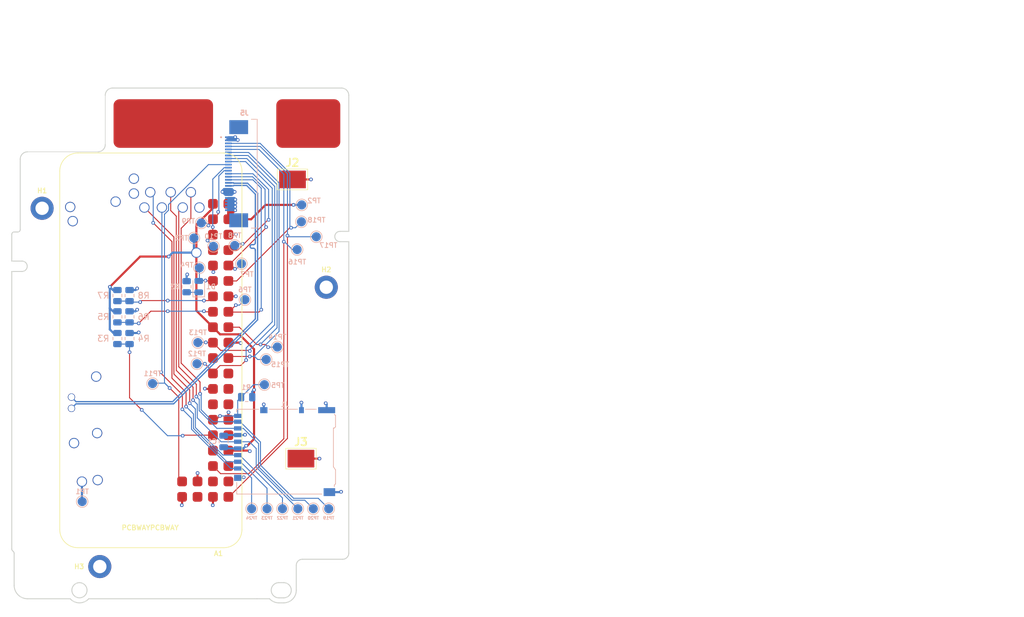
<source format=kicad_pcb>
(kicad_pcb (version 20221018) (generator pcbnew)
  (layers (0 "F.Cu" signal) (1 "In1.Cu" signal) (2 "In2.Cu" signal) (31 "B.Cu" signal) (34 "B.Paste" user) (35 "F.Paste" user) (36 "B.SilkS" user "B.Silkscreen") (37 "F.SilkS" user "F.Silkscreen") (38 "B.Mask" user) (39 "F.Mask" user) (44 "Edge.Cuts" user))
  (property "DATE" "YYYY-MM-DD HH:MM:SS")
  (property "REVISION" "REVISION")
  (property "TAG" "TAG")
  (net 0 "")
  (net 1 "+3V3")
  (net 2 "VCC")
  (net 7 "SD_DET")
  (net 10 "Net-(A1-Pad11)")
  (net 12 "Net-(D1-Pad1)")
  (net 26 "GND")
  (net 29 "SD_CLK")
  (net 30 "SD_CMD")
  (net 31 "SD_DAT0")
  (net 32 "SD_DAT1")
  (net 33 "SD_DAT2")
  (net 34 "SD_CD")
  (net 35 "PI_USB_MUXED_D-")
  (net 36 "PI_USB_MUXED_D+")
  (net 37 "SMC_INT")
  (net 38 "SMC_RX_PI_TX")
  (net 39 "SMC_TX_PI_RX")
  (net 40 "SMC_PI_I2C_SDA")
  (net 41 "SMC_PI_I2C_SCL")
  (net 42 "HP_SL_VIDEO")
  (net 43 "PI_DISP_SCK")
  (net 44 "PI_DISP_MOSI")
  (net 45 "PI_DISP_DC")
  (net 46 "PI_DISP_RST")
  (net 47 "PI_I2S_LRCK")
  (net 48 "PI_I2S_DIN")
  (net 49 "PI_I2S_BCK")
  (net 50 "HWID0")
  (net 51 "HWID1")
  (net 52 "HWID2")
  (footprint "Gigahawk:S7041-42R" (layer "F.Cu") (at 46.228 73.025)
    (fp_text reference "J3")
    (fp_text value "S7041-42R" hide)
  )
  (footprint "MountingHole:MountingHole_2.2mm_M2_DIN965_Pad" (layer "F.Cu") (at 3.6 31.8)
    (fp_text reference "H1")
    (fp_text value "MountingHole_Pad")
  )
  (footprint "MountingHole:MountingHole_2.2mm_M2_DIN965_Pad" (layer "F.Cu") (at 13.1 90.8)
    (fp_text reference "H3")
    (fp_text value "MountingHole_Pad")
  )
  (footprint "MountingHole:MountingHole_2.2mm_M2_DIN965_Pad" (layer "F.Cu") (at 50.4 44.8)
    (fp_text reference "H2")
    (fp_text value "MountingHole_Pad")
  )
  (footprint "Gigahawk:OSHW-Logo2_9.8x8mm_Mask" (layer "F.Cu") (at 47.498 17.907)
    (fp_text reference "LOGO1" hide)
    (fp_text value "Logo_Open_Hardware_Large" hide)
  )
  (footprint "Gigahawk:S7041-42R" (layer "F.Cu") (at 44.831 27.051)
    (fp_text reference "J2")
    (fp_text value "S7041-42R" hide)
  )
  (footprint "Gigahawk:RASPI_ZERO_1_3_SMT_LOW_PROFILE" (layer "F.Cu") (at 36.505 22.695 -90)
    (fp_text reference "A1")
    (fp_text value "RASPBERRY_PI_ZERO_SMT")
  )
  (footprint "Resistor_SMD:R_0805_2012Metric" (layer "B.Cu") (at 16 53.25 -90)
    (fp_text reference "R3")
    (fp_text value "DNI")
  )
  (footprint "Capacitor_SMD:C_0805_2012Metric" (layer "B.Cu") (at 33.5 70.2 -90)
    (fp_text reference "C1")
    (fp_text value "10u")
  )
  (footprint "TestPoint:TestPoint_Pad_D1.5mm" (layer "B.Cu") (at 50.8 81.28 180)
    (fp_text reference "TP19")
    (fp_text value "TestPoint")
  )
  (footprint "Resistor_SMD:R_0805_2012Metric" (layer "B.Cu") (at 16 49.675 -90)
    (fp_text reference "R5")
    (fp_text value "DNI")
  )
  (footprint "TestPoint:TestPoint_Pad_D1.5mm" (layer "B.Cu") (at 46.355 31.242 180)
    (fp_text reference "TP2")
    (fp_text value "TestPoint")
  )
  (footprint "TestPoint:TestPoint_Pad_D1.5mm" (layer "B.Cu") (at 45.6 38.6 180)
    (fp_text reference "TP16")
    (fp_text value "TestPoint")
  )
  (footprint "Resistor_SMD:R_0805_2012Metric" (layer "B.Cu") (at 18 46.175 90)
    (fp_text reference "R8")
    (fp_text value "10k")
  )
  (footprint "TestPoint:TestPoint_Pad_D1.5mm" (layer "B.Cu") (at 29.248 53.91 180)
    (fp_text reference "TP13")
    (fp_text value "TestPoint")
  )
  (footprint "Resistor_SMD:R_0805_2012Metric" (layer "B.Cu") (at 18 49.675 90)
    (fp_text reference "R6")
    (fp_text value "10k")
  )
  (footprint "Gigahawk:217348395" (layer "B.Cu") (at 36.825 26.107 -90)
    (fp_text reference "J5")
    (fp_text value "2-1734839-5" hide)
  )
  (footprint "TestPoint:TestPoint_Pad_D1.5mm" (layer "B.Cu") (at 40.5 56.7 180)
    (fp_text reference "TP15")
    (fp_text value "TestPoint")
  )
  (footprint "Resistor_SMD:R_0805_2012Metric" (layer "B.Cu") (at 27.4 44.7125 -90)
    (fp_text reference "R2")
    (fp_text value "470R")
  )
  (footprint "TestPoint:TestPoint_Pad_D1.5mm" (layer "B.Cu") (at 29.1 57.4 180)
    (fp_text reference "TP12")
    (fp_text value "TestPoint")
  )
  (footprint "TestPoint:TestPoint_Pad_D1.5mm" (layer "B.Cu") (at 36.425 40.93 180)
    (fp_text reference "TP7")
    (fp_text value "TestPoint")
  )
  (footprint "TestPoint:TestPoint_Pad_D1.5mm" (layer "B.Cu") (at 45.72 81.28 180)
    (fp_text reference "TP21")
    (fp_text value "TestPoint")
  )
  (footprint "TestPoint:TestPoint_Pad_D1.5mm" (layer "B.Cu") (at 40.212 60.845 180)
    (fp_text reference "TP5")
    (fp_text value "TestPoint")
  )
  (footprint "TestPoint:TestPoint_Pad_D1.5mm" (layer "B.Cu") (at 29.5 41.6 180)
    (fp_text reference "TP4")
    (fp_text value "TestPoint")
  )
  (footprint "TestPoint:TestPoint_Pad_D1.5mm" (layer "B.Cu") (at 37 46.85 180)
    (fp_text reference "TP6")
    (fp_text value "TestPoint")
  )
  (footprint "Resistor_SMD:R_0805_2012Metric" (layer "B.Cu") (at 37.2875 62.9)
    (fp_text reference "R1")
    (fp_text value "10k")
  )
  (footprint "LED_SMD:LED_0805_2012Metric" (layer "B.Cu") (at 29.4 44.7 90)
    (fp_text reference "D1")
    (fp_text value "GRN")
  )
  (footprint "TestPoint:TestPoint_Pad_D1.5mm" (layer "B.Cu") (at 31.817 38.07 180)
    (fp_text reference "TP10")
    (fp_text value "TestPoint")
  )
  (footprint "Resistor_SMD:R_0805_2012Metric" (layer "B.Cu") (at 16 46.175 -90)
    (fp_text reference "R7")
    (fp_text value "DNI")
  )
  (footprint "TestPoint:TestPoint_Pad_D1.5mm" (layer "B.Cu") (at 38.1 81.28 180)
    (fp_text reference "TP24")
    (fp_text value "TestPoint")
  )
  (footprint "Gigahawk:microSD_HC_Hirose_DM3AT-SF-PEJM5" (layer "B.Cu") (at 43.535 71.87 -90)
    (fp_text reference "J1")
    (fp_text value "Micro_SD_Card")
  )
  (footprint "TestPoint:TestPoint_Pad_D1.5mm" (layer "B.Cu") (at 21.787 60.667 180)
    (fp_text reference "TP11")
    (fp_text value "TestPoint")
  )
  (footprint "TestPoint:TestPoint_Pad_D1.5mm" (layer "B.Cu") (at 42.342 54.643 180)
    (fp_text reference "TP14")
    (fp_text value "TestPoint")
  )
  (footprint "TestPoint:TestPoint_Pad_D1.5mm" (layer "B.Cu") (at 35.32 37.92 180)
    (fp_text reference "TP8")
    (fp_text value "TestPoint")
  )
  (footprint "TestPoint:TestPoint_Pad_D1.5mm" (layer "B.Cu") (at 43.18 81.28 180)
    (fp_text reference "TP22")
    (fp_text value "TestPoint")
  )
  (footprint "TestPoint:TestPoint_Pad_D1.5mm" (layer "B.Cu") (at 10.2 80.1 180)
    (fp_text reference "TP1")
    (fp_text value "TestPoint")
  )
  (footprint "TestPoint:TestPoint_Pad_D1.5mm" (layer "B.Cu") (at 40.64 81.28 180)
    (fp_text reference "TP23")
    (fp_text value "TestPoint")
  )
  (footprint "TestPoint:TestPoint_Pad_D1.5mm" (layer "B.Cu") (at 48.26 81.28 180)
    (fp_text reference "TP20")
    (fp_text value "TestPoint")
  )
  (footprint "TestPoint:TestPoint_Pad_D1.5mm" (layer "B.Cu") (at 28.6 36.7 180)
    (fp_text reference "TP3")
    (fp_text value "TestPoint")
  )
  (footprint "TestPoint:TestPoint_Pad_D1.5mm" (layer "B.Cu") (at 29.816 34.211 180)
    (fp_text reference "TP9")
    (fp_text value "TestPoint")
  )
  (footprint "Resistor_SMD:R_0805_2012Metric" (layer "B.Cu") (at 18 53.25 90)
    (fp_text reference "R4")
    (fp_text value "10k")
  )
  (footprint "TestPoint:TestPoint_Pad_D1.5mm" (layer "B.Cu") (at 48.756 36.485 180)
    (fp_text reference "TP17")
    (fp_text value "TestPoint")
  )
  (footprint "TestPoint:TestPoint_Pad_D1.5mm" (layer "B.Cu") (at 46.3 34.025 180)
    (fp_text reference "TP18")
    (fp_text value "TestPoint")
  )
  (gr_arc (start 42.581683 96.775337) (mid 41.744731 96.598948) (end 41.05 96.1) (stroke (width 0.16)) (layer "Edge.Cuts"))
  (gr_line (start 54.1 37.3) (end 54.1 47.3) (stroke (width 0.16)) (layer "Edge.Cuts"))
  (gr_line (start 11.281573 96.100467) (end 39 96.1) (stroke (width 0.16)) (layer "Edge.Cuts"))
  (gr_line (start 12.8 22.5) (end 1.2 22.5) (stroke (width 0.1)) (layer "Edge.Cuts"))
  (gr_line (start 14 13.2) (end 14 21.3) (stroke (width 0.1)) (layer "Edge.Cuts"))
  (gr_line (start 1.2 96.1) (end 8.218 96.1) (stroke (width 0.16)) (layer "Edge.Cuts"))
  (gr_line (start -1.4 42.2) (end 0.3 42.2) (stroke (width 0.16)) (layer "Edge.Cuts"))
  (gr_arc (start 42.582 95.95) (mid 41.332 94.7) (end 42.582 93.45) (stroke (width 0.16)) (layer "Edge.Cuts"))
  (gr_line (start 54.1 47.3) (end 54.098779 88.598818) (stroke (width 0.16)) (layer "Edge.Cuts"))
  (gr_line (start 0 35.3) (end 0 23.7) (stroke (width 0.16)) (layer "Edge.Cuts"))
  (gr_line (start -1 35.7) (end -0.4 35.7) (stroke (width 0.16)) (layer "Edge.Cuts"))
  (gr_circle (center 9.75 94.7) (end 8.5 94.7) (stroke (width 0.16)) (fill none) (layer "Edge.Cuts"))
  (gr_arc (start 52.9 12) (mid 53.748528 12.351472) (end 54.1 13.2) (stroke (width 0.16)) (layer "Edge.Cuts"))
  (gr_arc (start 52.65 37.3) (mid 51.8 36.45) (end 52.65 35.6) (stroke (width 0.16)) (layer "Edge.Cuts"))
  (gr_line (start 46.457 89.59879) (end 53.098779 89.59879) (stroke (width 0.16)) (layer "Edge.Cuts"))
  (gr_line (start 52.65 37.3) (end 54.1 37.3) (stroke (width 0.16)) (layer "Edge.Cuts"))
  (gr_line (start 42.582 95.95) (end 43.382 95.95) (stroke (width 0.16)) (layer "Edge.Cuts"))
  (gr_arc (start 45.457 94.699999) (mid 44.849247 96.167246) (end 43.382 96.775) (stroke (width 0.16)) (layer "Edge.Cuts"))
  (gr_line (start 15.2 12) (end 52.9 12) (stroke (width 0.16)) (layer "Edge.Cuts"))
  (gr_arc (start 45.457 90.59879) (mid 45.749897 89.89169) (end 46.457 89.59879) (stroke (width 0.16)) (layer "Edge.Cuts"))
  (gr_line (start 54.1 13.2) (end 54.1 35.6) (stroke (width 0.16)) (layer "Edge.Cuts"))
  (gr_arc (start 14 13.2) (mid 14.351472 12.351472) (end 15.2 12) (stroke (width 0.16)) (layer "Edge.Cuts"))
  (gr_arc (start 0.3 40.5) (mid 1.15 41.35) (end 0.3 42.2) (stroke (width 0.16)) (layer "Edge.Cuts"))
  (gr_line (start 52.65 35.6) (end 54.1 35.6) (stroke (width 0.16)) (layer "Edge.Cuts"))
  (gr_arc (start 0 23.7) (mid 0.351472 22.851472) (end 1.2 22.5) (stroke (width 0.16)) (layer "Edge.Cuts"))
  (gr_arc (start -1.4 36.1) (mid -1.282843 35.817157) (end -1 35.7) (stroke (width 0.16)) (layer "Edge.Cuts"))
  (gr_line (start 42.581683 96.775337) (end 43.382 96.775) (stroke (width 0.16)) (layer "Edge.Cuts"))
  (gr_line (start 42.582 93.45) (end 43.382 93.45) (stroke (width 0.16)) (layer "Edge.Cuts"))
  (gr_line (start -1.4 36.1) (end -1.4 40.5) (stroke (width 0.16)) (layer "Edge.Cuts"))
  (gr_arc (start -1.282843 88.182843) (mid -1.369552 88.053074) (end -1.4 87.9) (stroke (width 0.16)) (layer "Edge.Cuts"))
  (gr_line (start -1.4 42.2) (end -1.4 87.9) (stroke (width 0.16)) (layer "Edge.Cuts"))
  (gr_line (start 45.457 94.699999) (end 45.457 90.59879) (stroke (width 0.16)) (layer "Edge.Cuts"))
  (gr_line (start -1 88.631) (end -1 93.9) (stroke (width 0.16)) (layer "Edge.Cuts"))
  (gr_arc (start -1.117157 88.348157) (mid -1.030448 88.477926) (end -1 88.631) (stroke (width 0.16)) (layer "Edge.Cuts"))
  (gr_line (start 39 96.1) (end 41.05 96.1) (stroke (width 0.16)) (layer "Edge.Cuts"))
  (gr_arc (start 14 21.3) (mid 13.648528 22.148528) (end 12.8 22.5) (stroke (width 0.16)) (layer "Edge.Cuts"))
  (gr_arc (start 1.2 96.1) (mid -0.355635 95.455635) (end -1 93.9) (stroke (width 0.16)) (layer "Edge.Cuts"))
  (gr_arc (start 0 35.3) (mid -0.117157 35.582843) (end -0.4 35.7) (stroke (width 0.16)) (layer "Edge.Cuts"))
  (gr_line (start -1.282843 88.182843) (end -1.117157 88.348157) (stroke (width 0.16)) (layer "Edge.Cuts"))
  (gr_line (start -1.4 40.5) (end 0.3 40.5) (stroke (width 0.16)) (layer "Edge.Cuts"))
  (gr_arc (start 54.098779 88.598818) (mid 53.805878 89.305906) (end 53.098779 89.59879) (stroke (width 0.16)) (layer "Edge.Cuts"))
  (gr_arc (start 11.281573 96.100467) (mid 9.749684 96.775337) (end 8.218 96.1) (stroke (width 0.16)) (layer "Edge.Cuts"))
  (gr_arc (start 43.382 93.45) (mid 44.632 94.7) (end 43.382 95.95) (stroke (width 0.16)) (layer "Edge.Cuts"))
  (gr_text "PCBWAYPCBWAY" (at 21.4 84.4) (layer "F.SilkS") (effects (font (size 0.8 0.8))))
  (segment (start 31.735 31.766232) (end 31.735 31.065) (width 0.35) (layer "F.Cu") (net 1))
  (segment (start 38.5 55) (end 38.5 61.7) (width 0.35) (layer "F.Cu") (net 1))
  (segment (start 37.4 70.9) (end 37.2 70.9) (width 0.35) (layer "F.Cu") (net 1))
  (segment (start 19.75 39.75) (end 14.75 44.75) (width 0.35) (layer "F.Cu") (net 1))
  (segment (start 31.735 51.385) (end 32.90952 52.55952) (width 0.35) (layer "F.Cu") (net 1))
  (segment (start 29.005 34.496232) (end 31.735 31.766232) (width 0.35) (layer "F.Cu") (net 1))
  (segment (start 36.05952 52.55952) (end 38.5 55) (width 0.35) (layer "F.Cu") (net 1))
  (segment (start 24.44098 39.75) (end 19.75 39.75) (width 0.35) (layer "F.Cu") (net 1))
  (segment (start 31.735 51.385) (end 29.005 48.655) (width 0.35) (layer "F.Cu") (net 1))
  (segment (start 38.5 69.8) (end 37.4 70.9) (width 0.35) (layer "F.Cu") (net 1))
  (segment (start 38.5 61.7) (end 38.5 69.8) (width 0.35) (layer "F.Cu") (net 1))
  (segment (start 32.90952 52.55952) (end 36.05952 52.55952) (width 0.35) (layer "F.Cu") (net 1))
  (segment (start 29.005 39.105) (end 29.005 34.496232) (width 0.35) (layer "F.Cu") (net 1))
  (segment (start 29.005 48.655) (end 29.005 39.105) (width 0.35) (layer "F.Cu") (net 1))
  (via (at 24.44098 39.75) (size 0.6) (drill 0.3) (layers "F.Cu" "B.Cu") (net 1))
  (via (at 14.75 44.75) (size 0.6) (drill 0.3) (layers "F.Cu" "B.Cu") (net 1))
  (via (at 37.2 70.9) (size 0.6) (drill 0.3) (layers "F.Cu" "B.Cu") (net 1))
  (via (at 38.5 61.7) (size 0.6) (drill 0.3) (layers "F.Cu" "B.Cu") (net 1))
  (segment (start 37.2 70.9) (end 36.755 71.345) (width 0.35) (layer "B.Cu") (net 1))
  (segment (start 14.75 48.25) (end 14.75 44.75) (width 0.35) (layer "B.Cu") (net 1))
  (segment (start 25.08598 39.105) (end 24.44098 39.75) (width 0.35) (layer "B.Cu") (net 1))
  (segment (start 15.3375 52.3375) (end 14.75 51.75) (width 0.35) (layer "B.Cu") (net 1))
  (segment (start 33.695 71.345) (end 33.5 71.15) (width 0.35) (layer "B.Cu") (net 1))
  (segment (start 38.2 62) (end 38.5 61.7) (width 0.35) (layer "B.Cu") (net 1))
  (segment (start 36.755 71.345) (end 35.81 71.345) (width 0.35) (layer "B.Cu") (net 1))
  (segment (start 16 48.7625) (end 15.2625 48.7625) (width 0.35) (layer "B.Cu") (net 1))
  (segment (start 28.6 36.7) (end 28.6 38.7) (width 0.35) (layer "B.Cu") (net 1))
  (segment (start 16 52.3375) (end 15.3375 52.3375) (width 0.35) (layer "B.Cu") (net 1))
  (segment (start 28.6 38.7) (end 29.005 39.105) (width 0.35) (layer "B.Cu") (net 1))
  (segment (start 14.75 51.75) (end 14.75 48.25) (width 0.35) (layer "B.Cu") (net 1))
  (segment (start 38.2 62.9) (end 38.2 62) (width 0.35) (layer "B.Cu") (net 1))
  (segment (start 35.81 71.345) (end 33.695 71.345) (width 0.35) (layer "B.Cu") (net 1))
  (segment (start 29.005 39.105) (end 25.08598 39.105) (width 0.35) (layer "B.Cu") (net 1))
  (segment (start 16 45.2625) (end 15.2625 45.2625) (width 0.35) (layer "B.Cu") (net 1))
  (segment (start 15.2625 48.7625) (end 14.75 48.25) (width 0.35) (layer "B.Cu") (net 1))
  (segment (start 15.2625 45.2625) (end 14.75 44.75) (width 0.35) (layer "B.Cu") (net 1))
  (segment (start 34.275 32.225) (end 34.6 31.9) (width 0.35) (layer "F.Cu") (net 2))
  (segment (start 35.305 31.065) (end 34.275 31.065) (width 0.35) (layer "F.Cu") (net 2))
  (segment (start 40.386 31.242) (end 38.023 33.605) (width 0.35) (layer "F.Cu") (net 2))
  (segment (start 34.337502 31.065) (end 34.275 31.065) (width 0.35) (layer "F.Cu") (net 2))
  (segment (start 35.4 31.54) (end 34.75 31.54) (width 0.35) (layer "F.Cu") (net 2))
  (segment (start 35.42 30.95) (end 35.305 31.065) (width 0.35) (layer "F.Cu") (net 2))
  (segment (start 35.41 30.37) (end 34.97 30.37) (width 0.35) (layer "F.Cu") (net 2))
  (segment (start 35.4 31.54) (end 35.34 31.54) (width 0.35) (layer "F.Cu") (net 2))
  (segment (start 34.97 30.37) (end 34.275 31.065) (width 0.35) (layer "F.Cu") (net 2))
  (segment (start 34.275 33.605) (end 34.275 32.425) (width 0.35) (layer "F.Cu") (net 2))
  (segment (start 34.275 32.425) (end 34.9 31.8) (width 0.35) (layer "F.Cu") (net 2))
  (segment (start 35.38 30.4) (end 35.2 30.4) (width 0.35) (layer "F.Cu") (net 2))
  (segment (start 35.42 30.95) (end 35.37 30.9) (width 0.35) (layer "F.Cu") (net 2))
  (segment (start 34.75 31.54) (end 34.275 31.065) (width 0.35) (layer "F.Cu") (net 2))
  (segment (start 34.275 32.665) (end 34.275 33.605) (width 0.35) (layer "F.Cu") (net 2))
  (segment (start 34.275 33.605) (end 34.275 32.925) (width 0.35) (layer "F.Cu") (net 2))
  (segment (start 35.4 32.127498) (end 34.275 33.252498) (width 0.35) (layer "F.Cu") (net 2))
  (segment (start 35.34 31.54) (end 35.1 31.3) (width 0.35) (layer "F.Cu") (net 2))
  (segment (start 35.4 32.127498) (end 34.337502 31.065) (width 0.35) (layer "F.Cu") (net 2))
  (segment (start 45 31.242) (end 40.386 31.242) (width 0.35) (layer "F.Cu") (net 2))
  (segment (start 34.275 32.925) (end 35.1 32.1) (width 0.35) (layer "F.Cu") (net 2))
  (segment (start 34.275 33.605) (end 34.275 32.225) (width 0.35) (layer "F.Cu") (net 2))
  (segment (start 35.41 30.37) (end 35.38 30.4) (width 0.35) (layer "F.Cu") (net 2))
  (segment (start 35.37 30.9) (end 35.1 30.9) (width 0.35) (layer "F.Cu") (net 2))
  (segment (start 35.42 30.95) (end 35.09 30.62) (width 0.35) (layer "F.Cu") (net 2))
  (segment (start 35.4 31.54) (end 34.275 32.665) (width 0.35) (layer "F.Cu") (net 2))
  (segment (start 34.275 31.065) (end 34.275 33.605) (width 0.35) (layer "F.Cu") (net 2))
  (segment (start 38.023 33.605) (end 34.275 33.605) (width 0.35) (layer "F.Cu") (net 2))
  (segment (start 34.275 33.252498) (end 34.275 33.605) (width 0.35) (layer "F.Cu") (net 2))
  (via (at 35.4 32.127498) (size 0.6) (drill 0.3) (layers "F.Cu" "B.Cu") (net 2))
  (via (at 45 31.242) (size 0.6) (drill 0.3) (layers "F.Cu" "B.Cu") (net 2))
  (via (at 35.42 30.95) (size 0.6) (drill 0.3) (layers "F.Cu" "B.Cu") (net 2))
  (via (at 35.41 30.37) (size 0.6) (drill 0.3) (layers "F.Cu" "B.Cu") (net 2))
  (via (at 35.4 31.54) (size 0.6) (drill 0.3) (layers "F.Cu" "B.Cu") (net 2))
  (segment (start 35.41 30.37) (end 35.11 30.67) (width 0.35) (layer "B.Cu") (net 2))
  (segment (start 34.275 30.325) (end 34.275 30.107) (width 0.35) (layer "B.Cu") (net 2))
  (segment (start 35.4 31.54) (end 35.333 31.607) (width 0.35) (layer "B.Cu") (net 2))
  (segment (start 35.41 32.117498) (end 35.4 32.127498) (width 0.35) (layer "B.Cu") (net 2))
  (segment (start 35.379502 32.107) (end 34.275 32.107) (width 0.35) (layer "B.Cu") (net 2))
  (segment (start 35.173 30.607) (end 34.275 30.607) (width 0.35) (layer "B.Cu") (net 2))
  (segment (start 35.333 31.607) (end 34.275 31.607) (width 0.35) (layer "B.Cu") (net 2))
  (segment (start 34.275 30.775) (end 34.275 30.325) (width 0.35) (layer "B.Cu") (net 2))
  (segment (start 35.41 30.37) (end 35.173 30.607) (width 0.35) (layer "B.Cu") (net 2))
  (segment (start 35.4 32.127498) (end 35.379502 32.107) (width 0.35) (layer "B.Cu") (net 2))
  (segment (start 34.275 31.775) (end 34.275 31.375) (width 0.35) (layer "B.Cu") (net 2))
  (segment (start 34.995 31.375) (end 34.275 31.375) (width 0.35) (layer "B.Cu") (net 2))
  (segment (start 35.42 30.95) (end 34.995 31.375) (width 0.35) (layer "B.Cu") (net 2))
  (segment (start 35.165 31.775) (end 34.275 31.775) (width 0.35) (layer "B.Cu") (net 2))
  (segment (start 35.41 30.37) (end 35.005 30.775) (width 0.35) (layer "B.Cu") (net 2))
  (segment (start 35.051008 30.325) (end 34.275 30.325) (width 0.35) (layer "B.Cu") (net 2))
  (segment (start 45 31.242) (end 46.355 31.242) (width 0.35) (layer "B.Cu") (net 2))
  (segment (start 35.41 30.37) (end 35.41 32.117498) (width 0.35) (layer "B.Cu") (net 2))
  (segment (start 35.4 31.54) (end 35.165 31.775) (width 0.35) (layer "B.Cu") (net 2))
  (segment (start 35.269008 30.107) (end 34.275 30.107) (width 0.35) (layer "B.Cu") (net 2))
  (segment (start 35.005 30.775) (end 34.275 30.775) (width 0.35) (layer "B.Cu") (net 2))
  (segment (start 35.263 31.107) (end 34.275 31.107) (width 0.35) (layer "B.Cu") (net 2))
  (segment (start 35.42 30.95) (end 35.263 31.107) (width 0.35) (layer "B.Cu") (net 2))
  (segment (start 34.275 32.107) (end 34.275 31.775) (width 0.35) (layer "B.Cu") (net 2))
  (segment (start 35.11 30.67) (end 35.11 30.91) (width 0.35) (layer "B.Cu") (net 2))
  (segment (start 34.275 31.375) (end 34.275 30.775) (width 0.35) (layer "B.Cu") (net 2))
  (segment (start 31.735 66.625) (end 32.275 66.625) (width 0.16) (layer "F.Cu") (net 7))
  (segment (start 32.275 66.625) (end 32.9 66) (width 0.16) (layer "F.Cu") (net 7))
  (via (at 32.9 66) (size 0.6) (drill 0.3) (layers "F.Cu" "B.Cu") (net 7))
  (segment (start 32.905 65.995) (end 35.81 65.995) (width 0.16) (layer "B.Cu") (net 7))
  (segment (start 38.43 60.845) (end 36.375 62.9) (width 0.16) (layer "B.Cu") (net 7))
  (segment (start 40.212 60.845) (end 38.43 60.845) (width 0.16) (layer "B.Cu") (net 7))
  (segment (start 32.9 66) (end 32.905 65.995) (width 0.16) (layer "B.Cu") (net 7))
  (segment (start 35.81 63.465) (end 36.375 62.9) (width 0.16) (layer "B.Cu") (net 7))
  (segment (start 35.81 65.995) (end 35.81 63.465) (width 0.16) (layer "B.Cu") (net 7))
  (segment (start 30.565 43.765) (end 30.5 43.7) (width 0.16) (layer "F.Cu") (net 10))
  (segment (start 31.735 43.765) (end 30.565 43.765) (width 0.16) (layer "F.Cu") (net 10))
  (via (at 30.5 43.7) (size 0.6) (drill 0.3) (layers "F.Cu" "B.Cu") (net 10))
  (segment (start 29.5 43.6625) (end 29.5 41.6) (width 0.16) (layer "B.Cu") (net 10))
  (segment (start 29.4625 43.7) (end 29.4 43.7625) (width 0.16) (layer "B.Cu") (net 10))
  (segment (start 30.5 43.7) (end 29.4625 43.7) (width 0.16) (layer "B.Cu") (net 10))
  (segment (start 29.4 43.7625) (end 29.5 43.6625) (width 0.16) (layer "B.Cu") (net 10))
  (segment (start 29.4 45.6375) (end 27.4125 45.6375) (width 0.16) (layer "B.Cu") (net 12))
  (segment (start 27.4125 45.6375) (end 27.4 45.625) (width 0.16) (layer "B.Cu") (net 12))
  (segment (start 37.705 71.705) (end 37.8 71.8) (width 0.35) (layer "F.Cu") (net 26))
  (segment (start 29.195 75.405) (end 29.2 75.4) (width 0.35) (layer "F.Cu") (net 26))
  (segment (start 34.275 66.625) (end 34.275 65.425) (width 0.35) (layer "F.Cu") (net 26))
  (segment (start 30.445 61.545) (end 30.4 61.5) (width 0.35) (layer "F.Cu") (net 26))
  (segment (start 31.735 61.545) (end 30.445 61.545) (width 0.35) (layer "F.Cu") (net 26))
  (segment (start 26.655 80.645) (end 26.6 80.7) (width 0.35) (layer "F.Cu") (net 26))
  (segment (start 29.195 76.785) (end 29.195 75.405) (width 0.35) (layer "F.Cu") (net 26))
  (segment (start 46.228 73.025) (end 49.276 73.025) (width 0.35) (layer "F.Cu") (net 26))
  (segment (start 31.735 79.325) (end 31.735 80.665) (width 0.35) (layer "F.Cu") (net 26))
  (segment (start 44.831 27.051) (end 47.879 27.051) (width 0.35) (layer "F.Cu") (net 26))
  (segment (start 35.495 46.305) (end 35.5 46.3) (width 0.35) (layer "F.Cu") (net 26))
  (segment (start 36.225 53.925) (end 36.3 54) (width 0.35) (layer "F.Cu") (net 26))
  (segment (start 34.275 36.145) (end 35.455 36.145) (width 0.35) (layer "F.Cu") (net 26))
  (segment (start 26.655 79.325) (end 26.655 80.645) (width 0.35) (layer "F.Cu") (net 26))
  (segment (start 35.455 36.145) (end 35.5 36.1) (width 0.35) (layer "F.Cu") (net 26))
  (segment (start 31.8 42.3) (end 31.8 41.29) (width 0.35) (layer "F.Cu") (net 26))
  (segment (start 34.275 71.705) (end 37.705 71.705) (width 0.35) (layer "F.Cu") (net 26))
  (segment (start 34.275 46.305) (end 35.495 46.305) (width 0.35) (layer "F.Cu") (net 26))
  (segment (start 34.275 65.425) (end 34.3 65.4) (width 0.35) (layer "F.Cu") (net 26))
  (segment (start 34.275 53.925) (end 36.225 53.925) (width 0.35) (layer "F.Cu") (net 26))
  (segment (start 31.8 41.29) (end 31.735 41.225) (width 0.35) (layer "F.Cu") (net 26))
  (segment (start 31.735 80.665) (end 31.7 80.7) (width 0.35) (layer "F.Cu") (net 26))
  (via (at 47.879 27.051) (size 0.6) (drill 0.3) (layers "F.Cu" "B.Cu") (net 26))
  (via (at 37.014652 69.085348) (size 0.6) (drill 0.3) (layers "F.Cu" "B.Cu") (net 26))
  (via (at 46.3 63.8) (size 0.6) (drill 0.3) (layers "F.Cu" "B.Cu") (net 26))
  (via (at 49.276 73.025) (size 0.6) (drill 0.3) (layers "F.Cu" "B.Cu") (net 26))
  (via (at 19.25 45) (size 0.6) (drill 0.3) (layers "F.Cu" "B.Cu") (net 26))
  (via (at 52.832 78.486) (size 0.6) (drill 0.3) (layers "F.Cu" "B.Cu") (net 26))
  (via (at 31.7 80.7) (size 0.6) (drill 0.3) (layers "F.Cu" "B.Cu") (net 26))
  (via (at 30.4 61.5) (size 0.6) (drill 0.3) (layers "F.Cu" "B.Cu") (net 26))
  (via (at 35.4 20.086502) (size 0.6) (drill 0.3) (layers "F.Cu" "B.Cu") (net 26))
  (via (at 34.3 65.4) (size 0.6) (drill 0.3) (layers "F.Cu" "B.Cu") (net 26))
  (via (at 35.5 36.1) (size 0.6) (drill 0.3) (layers "F.Cu" "B.Cu") (net 26))
  (via (at 50.3 63.9) (size 0.6) (drill 0.3) (layers "F.Cu" "B.Cu") (net 26))
  (via (at 27.5 42.7) (size 0.6) (drill 0.3) (layers "F.Cu" "B.Cu") (net 26))
  (via (at 36.3 54) (size 0.6) (drill 0.3) (layers "F.Cu" "B.Cu") (net 26))
  (via (at 31.8 42.3) (size 0.6) (drill 0.3) (layers "F.Cu" "B.Cu") (net 26))
  (via (at 35.3 29.1) (size 0.6) (drill 0.3) (layers "F.Cu" "B.Cu") (net 26))
  (via (at 36.8 76.1) (size 0.6) (drill 0.3) (layers "F.Cu" "B.Cu") (net 26))
  (via (at 40.1 64.1) (size 0.6) (drill 0.3) (layers "F.Cu" "B.Cu") (net 26))
  (via (at 33.3 29.1) (size 0.6) (drill 0.3) (layers "F.Cu" "B.Cu") (net 26))
  (via (at 35.82 20.55) (size 0.6) (drill 0.3) (layers "F.Cu" "B.Cu") (net 26))
  (via (at 19.25 48.5) (size 0.6) (drill 0.3) (layers "F.Cu" "B.Cu") (net 26))
  (via (at 19.5 52.25) (size 0.6) (drill 0.3) (layers "F.Cu" "B.Cu") (net 26))
  (via (at 35.5 46.3) (size 0.6) (drill 0.3) (layers "F.Cu" "B.Cu") (net 26))
  (via (at 29.2 75.4) (size 0.6) (drill 0.3) (layers "F.Cu" "B.Cu") (net 26))
  (via (at 26.6 80.7) (size 0.6) (drill 0.3) (layers "F.Cu" "B.Cu") (net 26))
  (via (at 37.8 71.8) (size 0.6) (drill 0.3) (layers "F.Cu" "B.Cu") (net 26))
  (segment (start 35.293 29.107) (end 35.3 29.1) (width 0.35) (layer "B.Cu") (net 26))
  (segment (start 27.4 42.8) (end 27.5 42.7) (width 0.35) (layer "B.Cu") (net 26))
  (segment (start 52.773 78.545) (end 52.832 78.486) (width 0.35) (layer "B.Cu") (net 26))
  (segment (start 46.31 63.81) (end 46.3 63.8) (width 0.35) (layer "B.Cu") (net 26))
  (segment (start 35.086502 20.4) (end 34.1 20.4) (width 0.35) (layer "B.Cu") (net 26))
  (segment (start 35.4 20.086502) (end 35.086502 20.4) (width 0.35) (layer "B.Cu") (net 26))
  (segment (start 33.605 69.145) (end 33.5 69.25) (width 0.35) (layer "B.Cu") (net 26))
  (segment (start 40.11 64.11) (end 40.1 64.1) (width 0.35) (layer "B.Cu") (net 26))
  (segment (start 35.82 20.55) (end 35.763 20.607) (width 0.35) (layer "B.Cu") (net 26))
  (segment (start 34.275 28.631511) (end 34.275 29.107) (width 0.35) (layer "B.Cu") (net 26))
  (segment (start 35.4 20.086502) (end 35.379502 20.107) (width 0.35) (layer "B.Cu") (net 26))
  (segment (start 40.11 65.045) (end 40.11 64.11) (width 0.35) (layer "B.Cu") (net 26))
  (segment (start 35.1 29.3) (end 34.6 29.3) (width 0.35) (layer "B.Cu") (net 26))
  (segment (start 35.81 76.195) (end 36.705 76.195) (width 0.35) (layer "B.Cu") (net 26))
  (segment (start 18 45.2625) (end 18.9875 45.2625) (width 0.35) (layer "B.Cu") (net 26))
  (segment (start 18 48.7625) (end 18.9875 48.7625) (width 0.35) (layer "B.Cu") (net 26))
  (segment (start 33.7 29.1) (end 34 28.8) (width 0.35) (layer "B.Cu") (net 26))
  (segment (start 34.275 29.107) (end 34.275 29.59748) (width 0.35) (layer "B.Cu") (net 26))
  (segment (start 33.3 29.1) (end 33.7 29.1) (width 0.35) (layer "B.Cu") (net 26))
  (segment (start 35.3 29.1) (end 34.831511 28.631511) (width 0.35) (layer "B.Cu") (net 26))
  (segment (start 33.3 29.1) (end 33.3 28.9) (width 0.35) (layer "B.Cu") (net 26))
  (segment (start 34.80252 29.59748) (end 34.275 29.59748) (width 0.35) (layer "B.Cu") (net 26))
  (segment (start 18.9875 48.7625) (end 19.25 48.5) (width 0.35) (layer "B.Cu") (net 26))
  (segment (start 35.4 20.086502) (end 35.4 20.4) (width 0.35) (layer "B.Cu") (net 26))
  (segment (start 33.568489 28.631511) (end 34.275 28.631511) (width 0.35) (layer "B.Cu") (net 26))
  (segment (start 36.955 69.145) (end 35.81 69.145) (width 0.35) (layer "B.Cu") (net 26))
  (segment (start 33.307 29.107) (end 34.275 29.107) (width 0.35) (layer "B.Cu") (net 26))
  (segment (start 50.46 65.045) (end 50.46 64.06) (width 0.35) (layer "B.Cu") (net 26))
  (segment (start 33.3 29.1) (end 33.79748 29.59748) (width 0.35) (layer "B.Cu") (net 26))
  (segment (start 33.3 29.1) (end 33.5 29.3) (width 0.35) (layer "B.Cu") (net 26))
  (segment (start 50.91 78.545) (end 52.773 78.545) (width 0.35) (layer "B.Cu") (net 26))
  (segment (start 35.82 20.55) (end 35.4 20.13) (width 0.35) (layer "B.Cu") (net 26))
  (segment (start 36.705 76.195) (end 36.8 76.1) (width 0.35) (layer "B.Cu") (net 26))
  (segment (start 35.3 29.1) (end 35.1 29.3) (width 0.35) (layer "B.Cu") (net 26))
  (segment (start 33.5 29.3) (end 34 29.3) (width 0.35) (layer "B.Cu") (net 26))
  (segment (start 35.3 29.1) (end 35.1 28.9) (width 0.35) (layer "B.Cu") (net 26))
  (segment (start 35.4 20.13) (end 35.4 20.086502) (width 0.35) (layer "B.Cu") (net 26))
  (segment (start 33.3 29.1) (end 33.6 28.8) (width 0.35) (layer "B.Cu") (net 26))
  (segment (start 10.155 76.815) (end 10.155 80.055) (width 0.35) (layer "B.Cu") (net 26))
  (segment (start 35.379502 20.107) (end 34.275 20.107) (width 0.35) (layer "B.Cu") (net 26))
  (segment (start 33.3 29.1) (end 33.6 29.1) (width 0.35) (layer "B.Cu") (net 26))
  (segment (start 35.3 29.1) (end 34.80252 29.59748) (width 0.35) (layer "B.Cu") (net 26))
  (segment (start 33.3 28.9) (end 33.568489 28.631511) (width 0.35) (layer "B.Cu") (net 26))
  (segment (start 35.81 69.145) (end 33.605 69.145) (width 0.35) (layer "B.Cu") (net 26))
  (segment (start 19.4125 52.3375) (end 19.5 52.25) (width 0.35) (layer "B.Cu") (net 26))
  (segment (start 35.763 20.607) (end 34.275 20.607) (width 0.35) (layer "B.Cu") (net 26))
  (segment (start 37.014652 69.085348) (end 36.955 69.145) (width 0.35) (layer "B.Cu") (net 26))
  (segment (start 50.46 64.06) (end 50.3 63.9) (width 0.35) (layer "B.Cu") (net 26))
  (segment (start 33.3 29.1) (end 33.307 29.107) (width 0.35) (layer "B.Cu") (net 26))
  (segment (start 33.6 29.1) (end 33.9 28.8) (width 0.35) (layer "B.Cu") (net 26))
  (segment (start 18 52.3375) (end 19.4125 52.3375) (width 0.35) (layer "B.Cu") (net 26))
  (segment (start 35.1 28.9) (end 34.5 28.9) (width 0.35) (layer "B.Cu") (net 26))
  (segment (start 10.155 80.055) (end 10.2 80.1) (width 0.35) (layer "B.Cu") (net 26))
  (segment (start 46.31 65.045) (end 46.31 63.81) (width 0.35) (layer "B.Cu") (net 26))
  (segment (start 34.275 29.107) (end 35.293 29.107) (width 0.35) (layer "B.Cu") (net 26))
  (segment (start 34.831511 28.631511) (end 34.275 28.631511) (width 0.35) (layer "B.Cu") (net 26))
  (segment (start 33.79748 29.59748) (end 34.275 29.59748) (width 0.35) (layer "B.Cu") (net 26))
  (segment (start 27.4 43.8) (end 27.4 42.8) (width 0.35) (layer "B.Cu") (net 26))
  (segment (start 18.9875 45.2625) (end 19.25 45) (width 0.35) (layer "B.Cu") (net 26))
  (segment (start 25.7 33.1) (end 24.775 32.175) (width 0.16) (layer "F.Cu") (net 29))
  (segment (start 25.7 58.5) (end 25.7 33.1) (width 0.16) (layer "F.Cu") (net 29))
  (segment (start 28.457055 61.257055) (end 25.7 58.5) (width 0.16) (layer "F.Cu") (net 29))
  (segment (start 24.775 32.175) (end 24.775 29.155) (width 0.16) (layer "F.Cu") (net 29))
  (segment (start 28.457055 63.38373) (end 28.457055 61.257055) (width 0.16) (layer "F.Cu") (net 29))
  (via (at 28.457055 63.38373) (size 0.6) (drill 0.3) (layers "F.Cu" "B.Cu") (net 29))
  (segment (start 33.077715 70.245) (end 35.81 70.245) (width 0.16) (layer "B.Cu") (net 29))
  (segment (start 28.457055 63.38373) (end 29.16096 64.087635) (width 0.16) (layer "B.Cu") (net 29))
  (segment (start 29.16096 64.087635) (end 29.16096 66.328245) (width 0.16) (layer "B.Cu") (net 29))
  (segment (start 38.862 74.422) (end 45.72 81.28) (width 0.16) (layer "B.Cu") (net 29))
  (segment (start 37.733 70.245) (end 38.862 71.374) (width 0.16) (layer "B.Cu") (net 29))
  (segment (start 35.81 70.245) (end 37.733 70.245) (width 0.16) (layer "B.Cu") (net 29))
  (segment (start 29.16096 66.328245) (end 33.077715 70.245) (width 0.16) (layer "B.Cu") (net 29))
  (segment (start 38.862 71.374) (end 38.862 74.422) (width 0.16) (layer "B.Cu") (net 29))
  (segment (start 27.9 63.9) (end 27.9 61.7) (width 0.16) (layer "F.Cu") (net 30))
  (segment (start 27.9 61.7) (end 25.3 59.1) (width 0.16) (layer "F.Cu") (net 30))
  (segment (start 25.3 36.53) (end 20.445 31.675) (width 0.16) (layer "F.Cu") (net 30))
  (segment (start 25.3 59.1) (end 25.3 36.53) (width 0.16) (layer "F.Cu") (net 30))
  (via (at 27.9 63.9) (size 0.6) (drill 0.3) (layers "F.Cu" "B.Cu") (net 30))
  (segment (start 35.81 72.445) (end 36.123 72.445) (width 0.16) (layer "B.Cu") (net 30))
  (segment (start 43.18 79.502) (end 43.18 81.28) (width 0.16) (layer "B.Cu") (net 30))
  (segment (start 33.377715 72.445) (end 35.81 72.445) (width 0.16) (layer "B.Cu") (net 30))
  (segment (start 36.123 72.445) (end 43.18 79.502) (width 0.16) (layer "B.Cu") (net 30))
  (segment (start 27.9 63.9) (end 28.84144 64.84144) (width 0.16) (layer "B.Cu") (net 30))
  (segment (start 28.84144 64.84144) (end 28.84144 67.908725) (width 0.16) (layer "B.Cu") (net 30))
  (segment (start 28.84144 67.908725) (end 33.377715 72.445) (width 0.16) (layer "B.Cu") (net 30))
  (segment (start 29 60.8) (end 26.1 57.9) (width 0.16) (layer "F.Cu") (net 31))
  (segment (start 26.1 57.9) (end 26.1 32.33) (width 0.16) (layer "F.Cu") (net 31))
  (segment (start 26.1 32.33) (end 26.755 31.675) (width 0.16) (layer "F.Cu") (net 31))
  (segment (start 29 62.8) (end 29 60.8) (width 0.16) (layer "F.Cu") (net 31))
  (via (at 29 62.8) (size 0.6) (drill 0.3) (layers "F.Cu" "B.Cu") (net 31))
  (segment (start 29.48048 65.132349) (end 32.39313 68.045) (width 0.16) (layer "B.Cu") (net 31))
  (segment (start 46.863 79.883) (end 48.26 81.28) (width 0.16) (layer "B.Cu") (net 31))
  (segment (start 29 62.8) (end 29.48048 63.28048) (width 0.16) (layer "B.Cu") (net 31))
  (segment (start 39.243 70.550726) (end 39.243 74.35113) (width 0.16) (layer "B.Cu") (net 31))
  (segment (start 39.243 74.35113) (end 44.77487 79.883) (width 0.16) (layer "B.Cu") (net 31))
  (segment (start 35.81 68.045) (end 36.737274 68.045) (width 0.16) (layer "B.Cu") (net 31))
  (segment (start 36.737274 68.045) (end 39.243 70.550726) (width 0.16) (layer "B.Cu") (net 31))
  (segment (start 44.77487 79.883) (end 46.863 79.883) (width 0.16) (layer "B.Cu") (net 31))
  (segment (start 32.39313 68.045) (end 35.81 68.045) (width 0.16) (layer "B.Cu") (net 31))
  (segment (start 29.48048 63.28048) (end 29.48048 65.132349) (width 0.16) (layer "B.Cu") (net 31))
  (segment (start 28.095 33.505) (end 28.095 29.155) (width 0.16) (layer "F.Cu") (net 32))
  (segment (start 29.610103 62.347653) (end 29.610103 60.410103) (width 0.16) (layer "F.Cu") (net 32))
  (segment (start 29.610103 60.410103) (end 26.5 57.3) (width 0.16) (layer "F.Cu") (net 32))
  (segment (start 26.5 57.3) (end 26.5 35.1) (width 0.16) (layer "F.Cu") (net 32))
  (segment (start 26.5 35.1) (end 28.095 33.505) (width 0.16) (layer "F.Cu") (net 32))
  (via (at 29.610103 62.347653) (size 0.6) (drill 0.3) (layers "F.Cu" "B.Cu") (net 32))
  (segment (start 31.745 66.945) (end 35.81 66.945) (width 0.16) (layer "B.Cu") (net 32))
  (segment (start 39.56252 74.10652) (end 45.01948 79.56348) (width 0.16) (layer "B.Cu") (net 32))
  (segment (start 45.01948 79.56348) (end 49.08348 79.56348) (width 0.16) (layer "B.Cu") (net 32))
  (segment (start 35.81 66.945) (end 36.211 66.945) (width 0.16) (layer "B.Cu") (net 32))
  (segment (start 29.610103 62.347653) (end 29.8 62.53755) (width 0.16) (layer "B.Cu") (net 32))
  (segment (start 36.211 66.945) (end 39.56252 70.29652) (width 0.16) (layer "B.Cu") (net 32))
  (segment (start 29.8 62.53755) (end 29.8 65) (width 0.16) (layer "B.Cu") (net 32))
  (segment (start 39.56252 70.29652) (end 39.56252 74.10652) (width 0.16) (layer "B.Cu") (net 32))
  (segment (start 29.8 65) (end 31.745 66.945) (width 0.16) (layer "B.Cu") (net 32))
  (segment (start 49.08348 79.56348) (end 50.8 81.28) (width 0.16) (layer "B.Cu") (net 32))
  (segment (start 26.7 62.5) (end 23.2 59) (width 0.16) (layer "F.Cu") (net 33))
  (segment (start 26.7 64.9) (end 26.7 62.5) (width 0.16) (layer "F.Cu") (net 33))
  (segment (start 23.2 59) (end 23.2 58.8) (width 0.16) (layer "F.Cu") (net 33))
  (via (at 23.2 58.8) (size 0.6) (drill 0.3) (layers "F.Cu" "B.Cu") (net 33))
  (via (at 26.7 64.9) (size 0.6) (drill 0.3) (layers "F.Cu" "B.Cu") (net 33))
  (segment (start 36.545 74.645) (end 38.1 76.2) (width 0.16) (layer "B.Cu") (net 33))
  (segment (start 28.2 66.4) (end 28.2 68.171024) (width 0.16) (layer "B.Cu") (net 33))
  (segment (start 23.325 58.675) (end 23.325 31.675) (width 0.16) (layer "B.Cu") (net 33))
  (segment (start 26.7 64.9) (end 28.2 66.4) (width 0.16) (layer "B.Cu") (net 33))
  (segment (start 38.1 76.2) (end 38.1 81.28) (width 0.16) (layer "B.Cu") (net 33))
  (segment (start 34.673976 74.645) (end 35.81 74.645) (width 0.16) (layer "B.Cu") (net 33))
  (segment (start 23.2 58.8) (end 23.325 58.675) (width 0.16) (layer "B.Cu") (net 33))
  (segment (start 35.81 74.645) (end 36.545 74.645) (width 0.16) (layer "B.Cu") (net 33))
  (segment (start 28.2 68.171024) (end 34.673976 74.645) (width 0.16) (layer "B.Cu") (net 33))
  (segment (start 24.98048 37.28048) (end 21.9 34.2) (width 0.16) (layer "F.Cu") (net 34))
  (segment (start 27.310103 62.110103) (end 24.98048 59.78048) (width 0.16) (layer "F.Cu") (net 34))
  (segment (start 24.98048 59.78048) (end 24.98048 37.28048) (width 0.16) (layer "F.Cu") (net 34))
  (segment (start 27.310103 64.447653) (end 27.310103 62.110103) (width 0.16) (layer "F.Cu") (net 34))
  (via (at 27.310103 64.447653) (size 0.6) (drill 0.3) (layers "F.Cu" "B.Cu") (net 34))
  (via (at 21.9 34.2) (size 0.6) (drill 0.3) (layers "F.Cu" "B.Cu") (net 34))
  (segment (start 28.52192 65.65947) (end 28.52192 68.041074) (width 0.16) (layer "B.Cu") (net 34))
  (segment (start 27.310103 64.447653) (end 28.52192 65.65947) (width 0.16) (layer "B.Cu") (net 34))
  (segment (start 28.52192 68.041074) (end 34.025845 73.545) (width 0.16) (layer "B.Cu") (net 34))
  (segment (start 21.9 29.65) (end 21.405 29.155) (width 0.16) (layer "B.Cu") (net 34))
  (segment (start 21.9 34.2) (end 21.9 29.65) (width 0.16) (layer "B.Cu") (net 34))
  (segment (start 35.81 73.545) (end 36.2705 73.545) (width 0.16) (layer "B.Cu") (net 34))
  (segment (start 34.025845 73.545) (end 35.81 73.545) (width 0.16) (layer "B.Cu") (net 34))
  (segment (start 40.64 77.9145) (end 40.64 81.28) (width 0.16) (layer "B.Cu") (net 34))
  (segment (start 36.2705 73.545) (end 40.64 77.9145) (width 0.16) (layer "B.Cu") (net 34))
  (segment (start 38.71523 38.73477) (end 38.71523 50.023464) (width 0.20954) (layer "B.Cu") (net 35))
  (segment (start 35.100001 28.107) (end 35.165231 28.04177) (width 0.20954) (layer "B.Cu") (net 35))
  (segment (start 38.145478 38.38477) (end 38.41523 38.38477) (width 0.20954) (layer "B.Cu") (net 35))
  (segment (start 38.71523 29.476536) (end 38.71523 37.48477) (width 0.20954) (layer "B.Cu") (net 35))
  (segment (start 38.71523 38.68477) (end 38.71523 38.73477) (width 0.20954) (layer "B.Cu") (net 35))
  (segment (start 34.275 28.107) (end 35.100001 28.107) (width 0.20954) (layer "B.Cu") (net 35))
  (segment (start 9.180229 63.640229) (end 8.435 62.895) (width 0.20954) (layer "B.Cu") (net 35))
  (segment (start 38.41523 37.78477) (end 38.145478 37.78477) (width 0.20954) (layer "B.Cu") (net 35))
  (segment (start 37.280464 28.04177) (end 38.71523 29.476536) (width 0.20954) (layer "B.Cu") (net 35))
  (segment (start 25.098465 63.640229) (end 9.180229 63.640229) (width 0.20954) (layer "B.Cu") (net 35))
  (segment (start 35.165231 28.04177) (end 37.280464 28.04177) (width 0.20954) (layer "B.Cu") (net 35))
  (segment (start 38.71523 50.023464) (end 25.098465 63.640229) (width 0.20954) (layer "B.Cu") (net 35))
  (arc (start 38.71523 37.48477) (mid 38.627362 37.696902) (end 38.41523 37.78477) (width 0.20954) (layer "B.Cu") (net 35))
  (arc (start 37.845478 38.08477) (mid 37.933346 38.296902) (end 38.145478 38.38477) (width 0.20954) (layer "B.Cu") (net 35))
  (arc (start 38.41523 38.38477) (mid 38.627362 38.472638) (end 38.71523 38.68477) (width 0.20954) (layer "B.Cu") (net 35))
  (arc (start 38.145478 37.78477) (mid 37.933346 37.872638) (end 37.845478 38.08477) (width 0.20954) (layer "B.Cu") (net 35))
  (segment (start 35.100001 27.607) (end 35.165231 27.67223) (width 0.20954) (layer "B.Cu") (net 36))
  (segment (start 25.251535 64.009771) (end 9.180229 64.009771) (width 0.20954) (layer "B.Cu") (net 36))
  (segment (start 34.275 27.607) (end 35.100001 27.607) (width 0.20954) (layer "B.Cu") (net 36))
  (segment (start 39.08477 50.176536) (end 25.251535 64.009771) (width 0.20954) (layer "B.Cu") (net 36))
  (segment (start 37.433536 27.67223) (end 39.08477 29.323464) (width 0.20954) (layer "B.Cu") (net 36))
  (segment (start 9.180229 64.009771) (end 8.435 64.755) (width 0.20954) (layer "B.Cu") (net 36))
  (segment (start 39.08477 29.323464) (end 39.08477 50.176536) (width 0.20954) (layer "B.Cu") (net 36))
  (segment (start 35.165231 27.67223) (end 37.433536 27.67223) (width 0.20954) (layer "B.Cu") (net 36))
  (segment (start 39.68904 48.5) (end 39.28904 48.9) (width 0.16) (layer "F.Cu") (net 37))
  (segment (start 34.275 48.845) (end 34.405 48.845) (width 0.16) (layer "F.Cu") (net 37))
  (segment (start 39.28904 48.9) (end 34.33 48.9) (width 0.16) (layer "F.Cu") (net 37))
  (segment (start 34.405 48.845) (end 35.5 47.75) (width 0.16) (layer "F.Cu") (net 37))
  (segment (start 34.33 48.9) (end 34.275 48.845) (width 0.16) (layer "F.Cu") (net 37))
  (via (at 39.68904 48.5) (size 0.6) (drill 0.3) (layers "F.Cu" "B.Cu") (net 37))
  (via (at 35.5 47.75) (size 0.6) (drill 0.3) (layers "F.Cu" "B.Cu") (net 37))
  (segment (start 39.68904 48.5) (end 39.68904 28.48904) (width 0.16) (layer "B.Cu") (net 37))
  (segment (start 36.1 47.75) (end 37 46.85) (width 0.16) (layer "B.Cu") (net 37))
  (segment (start 38.307 27.107) (end 34.275 27.107) (width 0.16) (layer "B.Cu") (net 37))
  (segment (start 35.5 47.75) (end 36.1 47.75) (width 0.16) (layer "B.Cu") (net 37))
  (segment (start 39.68904 28.48904) (end 38.307 27.107) (width 0.16) (layer "B.Cu") (net 37))
  (segment (start 36.63 37.87) (end 36.63 37.66) (width 0.16) (layer "F.Cu") (net 38))
  (segment (start 40.8 33.7) (end 36.63 37.87) (width 0.16) (layer "F.Cu") (net 38))
  (segment (start 40.9 33.7) (end 40.8 33.7) (width 0.16) (layer "F.Cu") (net 38))
  (segment (start 36.63 37.66) (end 36.62 37.65) (width 0.16) (layer "F.Cu") (net 38))
  (segment (start 35.815 38.685) (end 34.275 38.685) (width 0.16) (layer "F.Cu") (net 38))
  (segment (start 36.63 37.87) (end 35.815 38.685) (width 0.16) (layer "F.Cu") (net 38))
  (via (at 40.9 33.7) (size 0.6) (drill 0.3) (layers "F.Cu" "B.Cu") (net 38))
  (via (at 36.62 37.65) (size 0.6) (drill 0.3) (layers "F.Cu" "B.Cu") (net 38))
  (segment (start 38.307 26.107) (end 34.275 26.107) (width 0.16) (layer "B.Cu") (net 38))
  (segment (start 40.9 33.7) (end 40.9 28.7) (width 0.16) (layer "B.Cu") (net 38))
  (segment (start 36.62 37.65) (end 35.59 37.65) (width 0.16) (layer "B.Cu") (net 38))
  (segment (start 35.59 37.65) (end 35.32 37.92) (width 0.16) (layer "B.Cu") (net 38))
  (segment (start 40.9 28.7) (end 38.307 26.107) (width 0.16) (layer "B.Cu") (net 38))
  (segment (start 35.364 41.783) (end 34.806 41.225) (width 0.16) (layer "F.Cu") (net 39))
  (segment (start 40.4895 34.9) (end 40.4895 35.0105) (width 0.16) (layer "F.Cu") (net 39))
  (segment (start 40.4895 35.0105) (end 34.275 41.225) (width 0.16) (layer "F.Cu") (net 39))
  (segment (start 34.806 41.225) (end 34.275 41.225) (width 0.16) (layer "F.Cu") (net 39))
  (via (at 40.4895 34.9) (size 0.6) (drill 0.3) (layers "F.Cu" "B.Cu") (net 39))
  (via (at 35.364 41.783) (size 0.6) (drill 0.3) (layers "F.Cu" "B.Cu") (net 39))
  (segment (start 40.31952 28.667651) (end 39.825935 28.174065) (width 0.16) (layer "B.Cu") (net 39))
  (segment (start 35.364 41.783) (end 35.572 41.783) (width 0.16) (layer "B.Cu") (net 39))
  (segment (start 40.31952 34.73002) (end 40.31952 28.667651) (width 0.16) (layer "B.Cu") (net 39))
  (segment (start 40.4895 34.9) (end 40.31952 34.73002) (width 0.16) (layer "B.Cu") (net 39))
  (segment (start 38.25887 26.607) (end 34.275 26.607) (width 0.16) (layer "B.Cu") (net 39))
  (segment (start 39.825935 28.174065) (end 38.25887 26.607) (width 0.16) (layer "B.Cu") (net 39))
  (segment (start 35.572 41.783) (end 36.425 40.93) (width 0.16) (layer "B.Cu") (net 39))
  (segment (start 32.6 32.4) (end 32.6 32.74) (width 0.16) (layer "F.Cu") (net 40))
  (segment (start 30.992754 34.623147) (end 30.992754 34.347246) (width 0.16) (layer "F.Cu") (net 40))
  (segment (start 30.992754 34.347246) (end 31.735 33.605) (width 0.16) (layer "F.Cu") (net 40))
  (segment (start 32.6 32.74) (end 31.735 33.605) (width 0.16) (layer "F.Cu") (net 40))
  (via (at 32.6 32.4) (size 0.6) (drill 0.3) (layers "F.Cu" "B.Cu") (net 40))
  (via (at 30.992754 34.623147) (size 0.6) (drill 0.3) (layers "F.Cu" "B.Cu") (net 40))
  (segment (start 30.580607 34.211) (end 29.816 34.211) (width 0.16) (layer "B.Cu") (net 40))
  (segment (start 32.7 32.3) (end 32.6 32.4) (width 0.16) (layer "B.Cu") (net 40))
  (segment (start 32.7 26.472) (end 32.7 32.2) (width 0.16) (layer "B.Cu") (net 40))
  (segment (start 30.992754 34.623147) (end 30.580607 34.211) (width 0.16) (layer "B.Cu") (net 40))
  (segment (start 33.565 25.607) (end 32.7 26.472) (width 0.16) (layer "B.Cu") (net 40))
  (segment (start 32.7 32.2) (end 32.7 32.3) (width 0.16) (layer "B.Cu") (net 40))
  (segment (start 34.275 25.607) (end 33.565 25.607) (width 0.16) (layer "B.Cu") (net 40))
  (segment (start 31.7 34.9) (end 31.7 36.11) (width 0.16) (layer "F.Cu") (net 41))
  (segment (start 31.7 36.11) (end 31.735 36.145) (width 0.16) (layer "F.Cu") (net 41))
  (segment (start 31.735 36.212) (end 30.841 37.106) (width 0.16) (layer "F.Cu") (net 41))
  (segment (start 31.735 36.145) (end 31.735 36.212) (width 0.16) (layer "F.Cu") (net 41))
  (via (at 31.7 34.9) (size 0.6) (drill 0.3) (layers "F.Cu" "B.Cu") (net 41))
  (via (at 30.841 37.106) (size 0.6) (drill 0.3) (layers "F.Cu" "B.Cu") (net 41))
  (segment (start 31.7 27) (end 31.7 34.9) (width 0.16) (layer "B.Cu") (net 41))
  (segment (start 32.7 26) (end 31.7 27) (width 0.16) (layer "B.Cu") (net 41))
  (segment (start 30.841 37.106) (end 30.853 37.106) (width 0.16) (layer "B.Cu") (net 41))
  (segment (start 30.853 37.106) (end 31.817 38.07) (width 0.16) (layer "B.Cu") (net 41))
  (segment (start 34.275 25.107) (end 33.593 25.107) (width 0.16) (layer "B.Cu") (net 41))
  (segment (start 33.593 25.107) (end 32.7 26) (width 0.16) (layer "B.Cu") (net 41))
  (segment (start 26.1 62.9) (end 26.1 76.23) (width 0.16) (layer "F.Cu") (net 42))
  (segment (start 26.1 76.23) (end 26.655 76.785) (width 0.16) (layer "F.Cu") (net 42))
  (segment (start 24.6 61.4) (end 26.1 62.9) (width 0.16) (layer "F.Cu") (net 42))
  (via (at 24.6 61.4) (size 0.6) (drill 0.3) (layers "F.Cu" "B.Cu") (net 42))
  (segment (start 30.993 24.607) (end 34.275 24.607) (width 0.16) (layer "B.Cu") (net 42))
  (segment (start 21.787 60.667) (end 22.025 60.667) (width 0.16) (layer "B.Cu") (net 42))
  (segment (start 23.8 60.6) (end 22.092 60.6) (width 0.16) (layer "B.Cu") (net 42))
  (segment (start 23.75 32.790802) (end 24.414511 32.126291) (width 0.16) (layer "B.Cu") (net 42))
  (segment (start 24.6 61.4) (end 23.75 60.55) (width 0.16) (layer "B.Cu") (net 42))
  (segment (start 24.414511 32.126291) (end 24.414511 31.185489) (width 0.16) (layer "B.Cu") (net 42))
  (segment (start 24.6 61.4) (end 23.8 60.6) (width 0.16) (layer "B.Cu") (net 42))
  (segment (start 22.092 60.6) (end 22 60.6) (width 0.16) (layer "B.Cu") (net 42))
  (segment (start 23.75 60.55) (end 23.75 32.790802) (width 0.16) (layer "B.Cu") (net 42))
  (segment (start 24.414511 31.185489) (end 30.993 24.607) (width 0.16) (layer "B.Cu") (net 42))
  (segment (start 22.025 60.667) (end 22.092 60.6) (width 0.16) (layer "B.Cu") (net 42))
  (segment (start 31.735 59.005) (end 31.735 58.865) (width 0.16) (layer "F.Cu") (net 43))
  (segment (start 32.9 57.7) (end 35 57.7) (width 0.16) (layer "F.Cu") (net 43))
  (segment (start 31.735 58.865) (end 32.7 57.9) (width 0.16) (layer "F.Cu") (net 43))
  (segment (start 30.4 57.4) (end 31.735 58.735) (width 0.16) (layer "F.Cu") (net 43))
  (segment (start 32.7 57.9) (end 32.9 57.7) (width 0.16) (layer "F.Cu") (net 43))
  (segment (start 36.3 57.7) (end 37.2 56.8) (width 0.16) (layer "F.Cu") (net 43))
  (segment (start 35 57.7) (end 36.3 57.7) (width 0.16) (layer "F.Cu") (net 43))
  (segment (start 31.735 58.735) (end 31.735 59.005) (width 0.16) (layer "F.Cu") (net 43))
  (via (at 30.4 57.4) (size 0.6) (drill 0.3) (layers "F.Cu" "B.Cu") (net 43))
  (via (at 37.2 56.8) (size 0.6) (drill 0.3) (layers "F.Cu" "B.Cu") (net 43))
  (segment (start 37.2 54.8) (end 41.5 50.5) (width 0.16) (layer "B.Cu") (net 43))
  (segment (start 29.1 57.4) (end 30.4 57.4) (width 0.16) (layer "B.Cu") (net 43))
  (segment (start 41.5 50.5) (end 41.5 28.5) (width 0.16) (layer "B.Cu") (net 43))
  (segment (start 37.2 56.8) (end 37.2 54.8) (width 0.16) (layer "B.Cu") (net 43))
  (segment (start 37.107 24.107) (end 34.275 24.107) (width 0.16) (layer "B.Cu") (net 43))
  (segment (start 41.5 28.5) (end 37.107 24.107) (width 0.16) (layer "B.Cu") (net 43))
  (segment (start 33.01 55.2) (end 31.735 53.925) (width 0.16) (layer "F.Cu") (net 44))
  (segment (start 37.8 55.3) (end 37.7 55.2) (width 0.16) (layer "F.Cu") (net 44))
  (segment (start 30.596 53.925) (end 31.735 53.925) (width 0.16) (layer "F.Cu") (net 44))
  (segment (start 37.7 55.2) (end 33.01 55.2) (width 0.16) (layer "F.Cu") (net 44))
  (segment (start 30.556 53.885) (end 30.596 53.925) (width 0.16) (layer "F.Cu") (net 44))
  (via (at 37.8 55.3) (size 0.6) (drill 0.3) (layers "F.Cu" "B.Cu") (net 44))
  (via (at 30.556 53.885) (size 0.6) (drill 0.3) (layers "F.Cu" "B.Cu") (net 44))
  (segment (start 30.556 53.885) (end 29.273 53.885) (width 0.16) (layer "B.Cu") (net 44))
  (segment (start 34.275 23.607) (end 37.307 23.607) (width 0.16) (layer "B.Cu") (net 44))
  (segment (start 29.273 53.885) (end 29.248 53.91) (width 0.16) (layer "B.Cu") (net 44))
  (segment (start 41.9 28.2) (end 41.9 51) (width 0.16) (layer "B.Cu") (net 44))
  (segment (start 41.9 51) (end 37.8 55.1) (width 0.16) (layer "B.Cu") (net 44))
  (segment (start 37.307 23.607) (end 41.9 28.2) (width 0.16) (layer "B.Cu") (net 44))
  (segment (start 37.8 55.1) (end 37.8 55.3) (width 0.16) (layer "B.Cu") (net 44))
  (segment (start 39.567129 54.225129) (end 38.925129 54.225129) (width 0.16) (layer "F.Cu") (net 45))
  (segment (start 38.925129 54.225129) (end 36.085 51.385) (width 0.16) (layer "F.Cu") (net 45))
  (segment (start 40.371129 54.225129) (end 40.819129 54.673129) (width 0.16) (layer "F.Cu") (net 45))
  (segment (start 39.567129 54.225129) (end 40.371129 54.225129) (width 0.16) (layer "F.Cu") (net 45))
  (segment (start 36.085 51.385) (end 34.275 51.385) (width 0.16) (layer "F.Cu") (net 45))
  (via (at 40.819129 54.673129) (size 0.6) (drill 0.3) (layers "F.Cu" "B.Cu") (net 45))
  (via (at 39.567129 54.225129) (size 0.6) (drill 0.3) (layers "F.Cu" "B.Cu") (net 45))
  (segment (start 39.567129 54.225129) (end 39.567129 54.203871) (width 0.16) (layer "B.Cu") (net 45))
  (segment (start 42.311871 54.673129) (end 42.342 54.643) (width 0.16) (layer "B.Cu") (net 45))
  (segment (start 42.3 27.9) (end 37.507 23.107) (width 0.16) (layer "B.Cu") (net 45))
  (segment (start 40.819129 54.673129) (end 42.311871 54.673129) (width 0.16) (layer "B.Cu") (net 45))
  (segment (start 37.507 23.107) (end 34.275 23.107) (width 0.16) (layer "B.Cu") (net 45))
  (segment (start 39.567129 54.203871) (end 42.3 51.471) (width 0.16) (layer "B.Cu") (net 45))
  (segment (start 42.3 51.471) (end 42.3 27.9) (width 0.16) (layer "B.Cu") (net 45))
  (segment (start 34.54 56.2) (end 34.275 56.465) (width 0.16) (layer "F.Cu") (net 46))
  (segment (start 37.8 56.2) (end 34.54 56.2) (width 0.16) (layer "F.Cu") (net 46))
  (via (at 37.8 56.2) (size 0.6) (drill 0.3) (layers "F.Cu" "B.Cu") (net 46))
  (segment (start 37.607 22.607) (end 42.61952 27.61952) (width 0.16) (layer "B.Cu") (net 46))
  (segment (start 42.61952 52.08048) (end 38.5 56.2) (width 0.16) (layer "B.Cu") (net 46))
  (segment (start 34.275 22.607) (end 37.607 22.607) (width 0.16) (layer "B.Cu") (net 46))
  (segment (start 40.5 56.7) (end 39.1 56.7) (width 0.16) (layer "B.Cu") (net 46))
  (segment (start 39.1 56.7) (end 38.6 56.2) (width 0.16) (layer "B.Cu") (net 46))
  (segment (start 38.5 56.2) (end 38.6 56.2) (width 0.16) (layer "B.Cu") (net 46))
  (segment (start 42.61952 27.61952) (end 42.61952 52.08048) (width 0.16) (layer "B.Cu") (net 46))
  (segment (start 38.6 56.2) (end 37.8 56.2) (width 0.16) (layer "B.Cu") (net 46))
  (segment (start 43.4 69.74813) (end 37.64813 75.5) (width 0.16) (layer "F.Cu") (net 47))
  (segment (start 43.4 37.3) (end 43.4 69.74813) (width 0.16) (layer "F.Cu") (net 47))
  (segment (start 37.64813 75.5) (end 32.99 75.5) (width 0.16) (layer "F.Cu") (net 47))
  (segment (start 32.99 75.5) (end 31.735 74.245) (width 0.16) (layer "F.Cu") (net 47))
  (via (at 43.4 37.3) (size 0.6) (drill 0.3) (layers "F.Cu" "B.Cu") (net 47))
  (segment (start 44.8 38.6) (end 45.6 38.6) (width 0.16) (layer "B.Cu") (net 47))
  (segment (start 43.4 37.3) (end 43.5 37.3) (width 0.16) (layer "B.Cu") (net 47))
  (segment (start 43.4 37.3) (end 43.4 26.2) (width 0.16) (layer "B.Cu") (net 47))
  (segment (start 43.5 37.3) (end 44.8 38.6) (width 0.16) (layer "B.Cu") (net 47))
  (segment (start 39.307 22.107) (end 34.275 22.107) (width 0.16) (layer "B.Cu") (net 47))
  (segment (start 43.4 26.2) (end 39.307 22.107) (width 0.16) (layer "B.Cu") (net 47))
  (segment (start 44 36.3) (end 44 69.7) (width 0.16) (layer "F.Cu") (net 48))
  (segment (start 44 69.7) (end 34.375 79.325) (width 0.16) (layer "F.Cu") (net 48))
  (segment (start 34.375 79.325) (end 34.275 79.325) (width 0.16) (layer "F.Cu") (net 48))
  (via (at 44 36.3) (size 0.6) (drill 0.3) (layers "F.Cu" "B.Cu") (net 48))
  (segment (start 39.507 21.607) (end 44 26.1) (width 0.16) (layer "B.Cu") (net 48))
  (segment (start 44.185 36.485) (end 48.756 36.485) (width 0.16) (layer "B.Cu") (net 48))
  (segment (start 44 26.1) (end 44 36.3) (width 0.16) (layer "B.Cu") (net 48))
  (segment (start 34.275 21.607) (end 39.507 21.607) (width 0.16) (layer "B.Cu") (net 48))
  (segment (start 44 36.3) (end 44.185 36.485) (width 0.16) (layer "B.Cu") (net 48))
  (segment (start 35.635 43.765) (end 34.275 43.765) (width 0.16) (layer "F.Cu") (net 49))
  (segment (start 44.4 35) (end 35.635 43.765) (width 0.16) (layer "F.Cu") (net 49))
  (segment (start 44.6 35) (end 44.4 35) (width 0.16) (layer "F.Cu") (net 49))
  (via (at 44.6 35) (size 0.6) (drill 0.3) (layers "F.Cu" "B.Cu") (net 49))
  (segment (start 44.4 34.8) (end 44.4 26) (width 0.16) (layer "B.Cu") (net 49))
  (segment (start 45.325 35) (end 46.3 34.025) (width 0.16) (layer "B.Cu") (net 49))
  (segment (start 39.507 21.107) (end 34.275 21.107) (width 0.16) (layer "B.Cu") (net 49))
  (segment (start 44.6 35) (end 45.325 35) (width 0.16) (layer "B.Cu") (net 49))
  (segment (start 44.4 26) (end 39.507 21.107) (width 0.16) (layer "B.Cu") (net 49))
  (segment (start 44.6 35) (end 44.4 34.8) (width 0.16) (layer "B.Cu") (net 49))
  (segment (start 31.735 69.165) (end 26.835 69.165) (width 0.16) (layer "F.Cu") (net 50))
  (segment (start 20 65) (end 18 63) (width 0.16) (layer "F.Cu") (net 50))
  (segment (start 18 63) (end 18 55.5) (width 0.16) (layer "F.Cu") (net 50))
  (segment (start 26.835 69.165) (end 26.75 69.25) (width 0.16) (layer "F.Cu") (net 50))
  (via (at 18 55.5) (size 0.6) (drill 0.3) (layers "F.Cu" "B.Cu") (net 50))
  (via (at 20 65) (size 0.6) (drill 0.3) (layers "F.Cu" "B.Cu") (net 50))
  (via (at 26.75 69.25) (size 0.6) (drill 0.3) (layers "F.Cu" "B.Cu") (net 50))
  (segment (start 16 54.1625) (end 18 54.1625) (width 0.16) (layer "B.Cu") (net 50))
  (segment (start 18 55.5) (end 18 54.1625) (width 0.16) (layer "B.Cu") (net 50))
  (segment (start 24.25 69.25) (end 20 65) (width 0.16) (layer "B.Cu") (net 50))
  (segment (start 26.75 69.25) (end 24.25 69.25) (width 0.16) (layer "B.Cu") (net 50))
  (segment (start 31.735 48.845) (end 30.345 48.845) (width 0.16) (layer "F.Cu") (net 51))
  (segment (start 21.5 48.75) (end 19.5 50.75) (width 0.16) (layer "F.Cu") (net 51))
  (segment (start 30.345 48.845) (end 30.25 48.75) (width 0.16) (layer "F.Cu") (net 51))
  (segment (start 24.2895 48.75) (end 21.5 48.75) (width 0.16) (layer "F.Cu") (net 51))
  (via (at 19.5 50.75) (size 0.6) (drill 0.3) (layers "F.Cu" "B.Cu") (net 51))
  (via (at 30.25 48.75) (size 0.6) (drill 0.3) (layers "F.Cu" "B.Cu") (net 51))
  (via (at 24.2895 48.75) (size 0.6) (drill 0.3) (layers "F.Cu" "B.Cu") (net 51))
  (segment (start 16 50.5875) (end 18 50.5875) (width 0.16) (layer "B.Cu") (net 51))
  (segment (start 30.25 48.75) (end 24.2895 48.75) (width 0.16) (layer "B.Cu") (net 51))
  (segment (start 18.1625 50.75) (end 18 50.5875) (width 0.16) (layer "B.Cu") (net 51))
  (segment (start 19.5 50.75) (end 18.1625 50.75) (width 0.16) (layer "B.Cu") (net 51))
  (segment (start 31.735 46.305) (end 31.04 47) (width 0.16) (layer "F.Cu") (net 52))
  (segment (start 20 47) (end 19.75 47.25) (width 0.16) (layer "F.Cu") (net 52))
  (segment (start 24.2895 47) (end 20 47) (width 0.16) (layer "F.Cu") (net 52))
  (segment (start 31.04 47) (end 30.25 47) (width 0.16) (layer "F.Cu") (net 52))
  (via (at 19.75 47.25) (size 0.6) (drill 0.3) (layers "F.Cu" "B.Cu") (net 52))
  (via (at 30.25 47) (size 0.6) (drill 0.3) (layers "F.Cu" "B.Cu") (net 52))
  (via (at 24.2895 47) (size 0.6) (drill 0.3) (layers "F.Cu" "B.Cu") (net 52))
  (segment (start 19.75 47.25) (end 18.1625 47.25) (width 0.16) (layer "B.Cu") (net 52))
  (segment (start 18.1625 47.25) (end 18 47.0875) (width 0.16) (layer "B.Cu") (net 52))
  (segment (start 30.25 47) (end 24.2895 47) (width 0.16) (layer "B.Cu") (net 52))
  (segment (start 16 47.0875) (end 18 47.0875) (width 0.16) (layer "B.Cu") (net 52))
  (zone (net 0) (net_name "") (layer "F.Cu") (connect_pads (clearance 0.508)) (min_thickness 0.254) (fill yes (thermal_gap 0.508) (thermal_bridge_width 0.508) (smoothing fillet) (radius 1))
    (polygon (pts (xy 52.705 21.844) (xy 42.164 21.844) (xy 42.164 13.843) (xy 52.705 13.843)))
  )
  (zone (net 0) (net_name "") (layer "F.Cu") (connect_pads (clearance 0.508)) (min_thickness 0.254) (fill yes (thermal_gap 0.508) (thermal_bridge_width 0.508) (smoothing fillet) (radius 1))
    (polygon (pts (xy 31.75 21.844) (xy 15.367 21.844) (xy 15.367 13.843) (xy 31.75 13.843)))
  )
)
</source>
